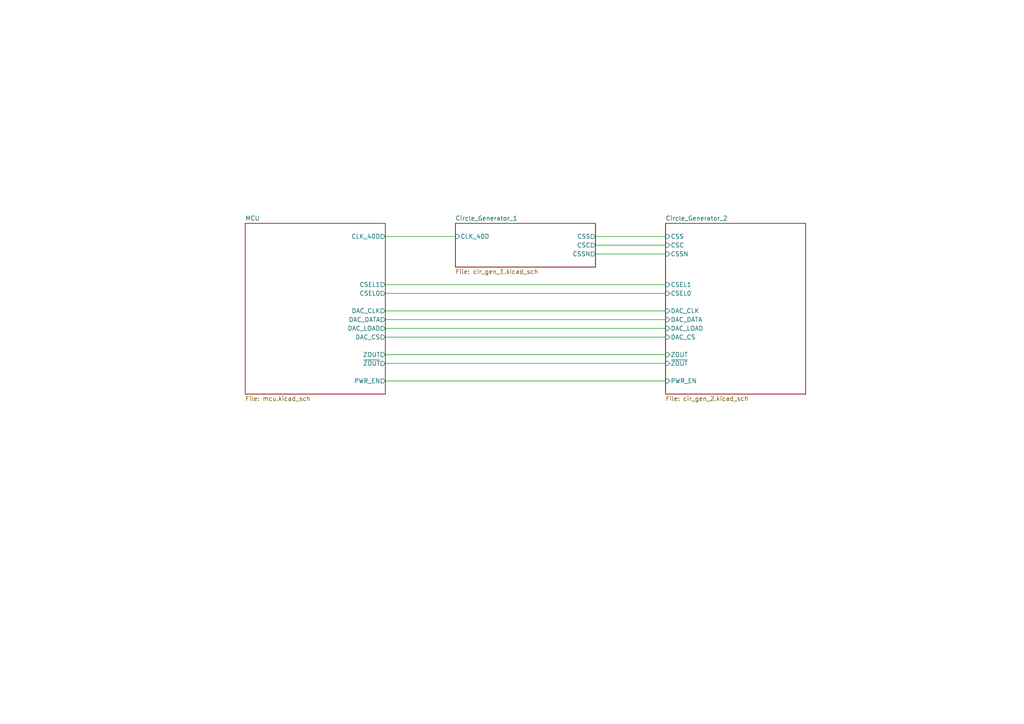
<source format=kicad_sch>
(kicad_sch
	(version 20231120)
	(generator "eeschema")
	(generator_version "8.0")
	(uuid "f49987d9-95e4-41ca-a5d5-6ca3a1977929")
	(paper "A4")
	(title_block
		(title "SC-1 Scope Clock Control Board")
		(date "2022-07-29")
		(rev "1.0")
	)
	(lib_symbols)
	(wire
		(pts
			(xy 111.76 82.55) (xy 193.04 82.55)
		)
		(stroke
			(width 0)
			(type default)
		)
		(uuid "15de2a5b-d01e-49f3-b52f-8335718f7bf5")
	)
	(wire
		(pts
			(xy 111.76 102.87) (xy 193.04 102.87)
		)
		(stroke
			(width 0)
			(type default)
		)
		(uuid "1f4a02bb-669c-4435-9ae7-67ba32d47861")
	)
	(wire
		(pts
			(xy 111.76 90.17) (xy 193.04 90.17)
		)
		(stroke
			(width 0)
			(type default)
		)
		(uuid "245d1001-3b40-4971-a01b-441748b33121")
	)
	(wire
		(pts
			(xy 111.76 85.09) (xy 193.04 85.09)
		)
		(stroke
			(width 0)
			(type default)
		)
		(uuid "308fac22-3e9c-44fb-9b30-1b23a4690298")
	)
	(wire
		(pts
			(xy 111.76 68.58) (xy 132.08 68.58)
		)
		(stroke
			(width 0)
			(type default)
		)
		(uuid "56a2054c-7ff2-4974-951f-800ac5aaeae8")
	)
	(wire
		(pts
			(xy 172.72 73.66) (xy 193.04 73.66)
		)
		(stroke
			(width 0)
			(type default)
		)
		(uuid "5fb1ecab-baa1-4c43-b79c-d22fdd02fc29")
	)
	(wire
		(pts
			(xy 111.76 97.79) (xy 193.04 97.79)
		)
		(stroke
			(width 0)
			(type default)
		)
		(uuid "616e78ca-f21e-41c3-b21f-494b6b25b588")
	)
	(wire
		(pts
			(xy 172.72 71.12) (xy 193.04 71.12)
		)
		(stroke
			(width 0)
			(type default)
		)
		(uuid "81dbe010-dc1a-4ba2-b79a-f9074c54cf8d")
	)
	(wire
		(pts
			(xy 111.76 105.41) (xy 193.04 105.41)
		)
		(stroke
			(width 0)
			(type default)
		)
		(uuid "92064b6b-06ec-4b10-a332-7a030b8b31da")
	)
	(wire
		(pts
			(xy 111.76 110.49) (xy 193.04 110.49)
		)
		(stroke
			(width 0)
			(type default)
		)
		(uuid "a6d79a58-f11e-4ba0-9dac-377bc4c98820")
	)
	(wire
		(pts
			(xy 172.72 68.58) (xy 193.04 68.58)
		)
		(stroke
			(width 0)
			(type default)
		)
		(uuid "b3943185-ead3-42fc-aa5b-8176da6914cb")
	)
	(wire
		(pts
			(xy 111.76 95.25) (xy 193.04 95.25)
		)
		(stroke
			(width 0)
			(type default)
		)
		(uuid "be409b48-801c-4592-8d6a-1e93153b5fbe")
	)
	(wire
		(pts
			(xy 111.76 92.71) (xy 193.04 92.71)
		)
		(stroke
			(width 0)
			(type default)
		)
		(uuid "f94029d4-3ea5-489e-8870-e2bce396d83d")
	)
	(sheet
		(at 132.08 64.77)
		(size 40.64 12.7)
		(fields_autoplaced yes)
		(stroke
			(width 0.1524)
			(type solid)
		)
		(fill
			(color 0 0 0 0.0000)
		)
		(uuid "1dbe49e5-3219-43a4-8780-5ab566ea71f8")
		(property "Sheetname" "Circle_Generator_1"
			(at 132.08 64.0584 0)
			(effects
				(font
					(size 1.27 1.27)
				)
				(justify left bottom)
			)
		)
		(property "Sheetfile" "cir_gen_1.kicad_sch"
			(at 132.08 78.0546 0)
			(effects
				(font
					(size 1.27 1.27)
				)
				(justify left top)
			)
		)
		(pin "CSSN" output
			(at 172.72 73.66 0)
			(effects
				(font
					(size 1.27 1.27)
				)
				(justify right)
			)
			(uuid "34367234-2a10-4251-89a8-3c8a92ffaa02")
		)
		(pin "CSS" output
			(at 172.72 68.58 0)
			(effects
				(font
					(size 1.27 1.27)
				)
				(justify right)
			)
			(uuid "ec31070e-c72a-41d3-a736-acef04420c38")
		)
		(pin "CSC" output
			(at 172.72 71.12 0)
			(effects
				(font
					(size 1.27 1.27)
				)
				(justify right)
			)
			(uuid "62e7b17b-b8ec-4c2e-a9b7-238cb57d405c")
		)
		(pin "CLK_40D" input
			(at 132.08 68.58 180)
			(effects
				(font
					(size 1.27 1.27)
				)
				(justify left)
			)
			(uuid "06af835f-db00-4bfc-ba9b-953a27bcadb5")
		)
		(instances
			(project "control_board"
				(path "/f49987d9-95e4-41ca-a5d5-6ca3a1977929"
					(page "3")
				)
			)
		)
	)
	(sheet
		(at 193.04 64.77)
		(size 40.64 49.53)
		(fields_autoplaced yes)
		(stroke
			(width 0.1524)
			(type solid)
		)
		(fill
			(color 0 0 0 0.0000)
		)
		(uuid "eddcad5c-f27b-4123-91b7-204bd3830680")
		(property "Sheetname" "Circle_Generator_2"
			(at 193.04 64.0584 0)
			(effects
				(font
					(size 1.27 1.27)
				)
				(justify left bottom)
			)
		)
		(property "Sheetfile" "cir_gen_2.kicad_sch"
			(at 193.04 114.8846 0)
			(effects
				(font
					(size 1.27 1.27)
				)
				(justify left top)
			)
		)
		(pin "PWR_EN" input
			(at 193.04 110.49 180)
			(effects
				(font
					(size 1.27 1.27)
				)
				(justify left)
			)
			(uuid "98c221d6-ce31-4b05-ae98-f4303c4af805")
		)
		(pin "CSC" input
			(at 193.04 71.12 180)
			(effects
				(font
					(size 1.27 1.27)
				)
				(justify left)
			)
			(uuid "4f33ed3c-558f-42ad-8602-085d5c41fcb3")
		)
		(pin "CSSN" input
			(at 193.04 73.66 180)
			(effects
				(font
					(size 1.27 1.27)
				)
				(justify left)
			)
			(uuid "9d4584ab-e3ea-4414-a6a5-9da867fad753")
		)
		(pin "CSS" input
			(at 193.04 68.58 180)
			(effects
				(font
					(size 1.27 1.27)
				)
				(justify left)
			)
			(uuid "17d5818d-97eb-4c5c-a157-e4aae6b54659")
		)
		(pin "DAC_CLK" input
			(at 193.04 90.17 180)
			(effects
				(font
					(size 1.27 1.27)
				)
				(justify left)
			)
			(uuid "55cb1209-b503-4969-9ede-2055fabad86d")
		)
		(pin "CSEL1" input
			(at 193.04 82.55 180)
			(effects
				(font
					(size 1.27 1.27)
				)
				(justify left)
			)
			(uuid "424a3357-8e7d-4c1e-833c-5c23668f9dcd")
		)
		(pin "CSEL0" input
			(at 193.04 85.09 180)
			(effects
				(font
					(size 1.27 1.27)
				)
				(justify left)
			)
			(uuid "3c917106-da17-46d3-a760-316de3a36c82")
		)
		(pin "DAC_DATA" input
			(at 193.04 92.71 180)
			(effects
				(font
					(size 1.27 1.27)
				)
				(justify left)
			)
			(uuid "50461f66-3c65-4973-9fef-c21b26782a1c")
		)
		(pin "DAC_CS" input
			(at 193.04 97.79 180)
			(effects
				(font
					(size 1.27 1.27)
				)
				(justify left)
			)
			(uuid "8d3d891d-748e-4a9b-906a-c1c0bcc72a5a")
		)
		(pin "DAC_LOAD" input
			(at 193.04 95.25 180)
			(effects
				(font
					(size 1.27 1.27)
				)
				(justify left)
			)
			(uuid "78369318-8267-47b4-9c23-4dfdc4b8efd4")
		)
		(pin "ZOUT" input
			(at 193.04 102.87 180)
			(effects
				(font
					(size 1.27 1.27)
				)
				(justify left)
			)
			(uuid "f198f8fd-c18b-4507-befc-fa25fdaff9ce")
		)
		(pin "~{ZOUT}" input
			(at 193.04 105.41 180)
			(effects
				(font
					(size 1.27 1.27)
				)
				(justify left)
			)
			(uuid "0b96fb75-50c4-4e22-bbfa-86e5b14e1017")
		)
		(instances
			(project "control_board"
				(path "/f49987d9-95e4-41ca-a5d5-6ca3a1977929"
					(page "4")
				)
			)
		)
	)
	(sheet
		(at 71.12 64.77)
		(size 40.64 49.53)
		(fields_autoplaced yes)
		(stroke
			(width 0.1524)
			(type solid)
		)
		(fill
			(color 0 0 0 0.0000)
		)
		(uuid "f6fa2940-c4e7-456e-9da3-3646a7d422a3")
		(property "Sheetname" "MCU"
			(at 71.12 64.0584 0)
			(effects
				(font
					(size 1.27 1.27)
				)
				(justify left bottom)
			)
		)
		(property "Sheetfile" "mcu.kicad_sch"
			(at 71.12 114.8846 0)
			(effects
				(font
					(size 1.27 1.27)
				)
				(justify left top)
			)
		)
		(pin "DAC_CS" output
			(at 111.76 97.79 0)
			(effects
				(font
					(size 1.27 1.27)
				)
				(justify right)
			)
			(uuid "223b8f0e-974c-4ec5-8b7b-0f3d906698b9")
		)
		(pin "DAC_CLK" output
			(at 111.76 90.17 0)
			(effects
				(font
					(size 1.27 1.27)
				)
				(justify right)
			)
			(uuid "1d426c12-4278-4b2a-980f-39ab3f4a2719")
		)
		(pin "DAC_DATA" output
			(at 111.76 92.71 0)
			(effects
				(font
					(size 1.27 1.27)
				)
				(justify right)
			)
			(uuid "044dada7-0a1f-448d-a03a-e4fb9006556c")
		)
		(pin "DAC_LOAD" output
			(at 111.76 95.25 0)
			(effects
				(font
					(size 1.27 1.27)
				)
				(justify right)
			)
			(uuid "f2e32519-6699-4456-9301-bb4ffd6a060f")
		)
		(pin "CSEL1" output
			(at 111.76 82.55 0)
			(effects
				(font
					(size 1.27 1.27)
				)
				(justify right)
			)
			(uuid "47459e69-405e-4392-9d63-11cd40452ee6")
		)
		(pin "CSEL0" output
			(at 111.76 85.09 0)
			(effects
				(font
					(size 1.27 1.27)
				)
				(justify right)
			)
			(uuid "32292991-c3e1-475c-bcec-a3004fe69cc0")
		)
		(pin "PWR_EN" output
			(at 111.76 110.49 0)
			(effects
				(font
					(size 1.27 1.27)
				)
				(justify right)
			)
			(uuid "c56d4233-8f6a-455c-aca3-681181236002")
		)
		(pin "CLK_40D" output
			(at 111.76 68.58 0)
			(effects
				(font
					(size 1.27 1.27)
				)
				(justify right)
			)
			(uuid "a38c4954-f81c-46e7-89ea-03b03ea0e2af")
		)
		(pin "~{ZOUT}" output
			(at 111.76 105.41 0)
			(effects
				(font
					(size 1.27 1.27)
				)
				(justify right)
			)
			(uuid "2e382a08-a073-4256-9270-76649900491c")
		)
		(pin "ZOUT" output
			(at 111.76 102.87 0)
			(effects
				(font
					(size 1.27 1.27)
				)
				(justify right)
			)
			(uuid "c0078028-46e8-49a1-8e12-67041d8d0481")
		)
		(instances
			(project "control_board"
				(path "/f49987d9-95e4-41ca-a5d5-6ca3a1977929"
					(page "2")
				)
			)
		)
	)
	(sheet_instances
		(path "/"
			(page "1")
		)
	)
)
</source>
